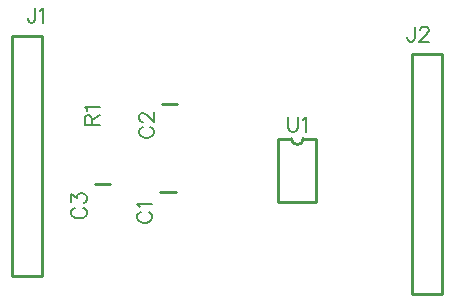
<source format=gbr>
G04 DipTrace 3.1.0.1*
G04 TopSilk.gbr*
%MOIN*%
G04 #@! TF.FileFunction,Legend,Top*
G04 #@! TF.Part,Single*
%ADD10C,0.009843*%
%ADD32C,0.00772*%
%FSLAX26Y26*%
G04*
G70*
G90*
G75*
G01*
G04 TopSilk*
%LPD*%
X1031536Y898614D2*
D10*
X1082678D1*
X1037786Y1192364D2*
X1088928D1*
X812786Y923614D2*
X863928D1*
X1425371Y1076054D2*
Y863455D1*
X1551343Y1076054D2*
Y863455D1*
X1425371D2*
X1551343D1*
X1425371Y1076054D2*
X1468668D1*
X1508046D2*
X1551343D1*
X1468668D2*
G03X1508046Y1076054I19689J23D01*
G01*
X638359Y1419718D2*
X538357D1*
Y619791D1*
X638359D1*
Y1419718D1*
X1869605Y557291D2*
X1969607D1*
Y1357218D1*
X1869605D1*
Y557291D1*
X966295Y831956D2*
D32*
X961541Y829580D1*
X956733Y824771D1*
X954356Y820018D1*
Y810456D1*
X956733Y805648D1*
X961541Y800895D1*
X966295Y798463D1*
X973480Y796086D1*
X985473D1*
X992603Y798463D1*
X997411Y800895D1*
X1002165Y805648D1*
X1004596Y810456D1*
Y820018D1*
X1002165Y824771D1*
X997411Y829580D1*
X992603Y831956D1*
X963973Y847395D2*
X961541Y852204D1*
X954412Y859389D1*
X1004596D1*
X972545Y1114956D2*
X967791Y1112580D1*
X962983Y1107771D1*
X960606Y1103018D1*
Y1093456D1*
X962983Y1088648D1*
X967791Y1083895D1*
X972545Y1081463D1*
X979730Y1079086D1*
X991723D1*
X998853Y1081463D1*
X1003661Y1083895D1*
X1008415Y1088648D1*
X1010846Y1093456D1*
Y1103018D1*
X1008415Y1107771D1*
X1003661Y1112580D1*
X998853Y1114956D1*
X972600Y1132827D2*
X970223D1*
X965415Y1135204D1*
X963038Y1137581D1*
X960662Y1142389D1*
Y1151951D1*
X963038Y1156704D1*
X965415Y1159080D1*
X970223Y1161512D1*
X974976D1*
X979785Y1159080D1*
X986915Y1154327D1*
X1010846Y1130395D1*
Y1163889D1*
X747545Y846206D2*
X742791Y843830D1*
X737983Y839021D1*
X735606Y834268D1*
Y824706D1*
X737983Y819898D1*
X742791Y815145D1*
X747545Y812713D1*
X754730Y810336D1*
X766723D1*
X773853Y812713D1*
X778661Y815145D1*
X783415Y819898D1*
X785846Y824706D1*
Y834268D1*
X783415Y839021D1*
X778661Y843830D1*
X773853Y846206D1*
X735662Y866454D2*
Y892707D1*
X754785Y878392D1*
Y885577D1*
X757161Y890330D1*
X759538Y892707D1*
X766723Y895139D1*
X771476D1*
X778661Y892707D1*
X783470Y887954D1*
X785846Y880769D1*
Y873584D1*
X783470Y866454D1*
X781038Y864077D1*
X776285Y861645D1*
X803288Y1120640D2*
Y1142140D1*
X800856Y1149325D1*
X798480Y1151757D1*
X793726Y1154133D1*
X788918D1*
X784165Y1151757D1*
X781733Y1149325D1*
X779356Y1142140D1*
Y1120640D1*
X829596D1*
X803288Y1137387D2*
X829596Y1154133D1*
X788973Y1169573D2*
X786541Y1174381D1*
X779412Y1181566D1*
X829596D1*
X1457894Y1149278D2*
Y1113408D1*
X1460271Y1106223D1*
X1465079Y1101469D1*
X1472264Y1099038D1*
X1477017D1*
X1484202Y1101469D1*
X1489011Y1106223D1*
X1491387Y1113408D1*
Y1149278D1*
X1506827Y1139661D2*
X1511635Y1142092D1*
X1518820Y1149222D1*
Y1099038D1*
X614067Y1511875D2*
Y1473629D1*
X611690Y1466444D1*
X609259Y1464067D1*
X604505Y1461635D1*
X599697D1*
X594944Y1464067D1*
X592567Y1466444D1*
X590135Y1473629D1*
Y1478382D1*
X629506Y1502258D2*
X634315Y1504690D1*
X641500Y1511820D1*
Y1461635D1*
X1879646Y1449375D2*
Y1411129D1*
X1877269Y1403944D1*
X1874837Y1401567D1*
X1870084Y1399135D1*
X1865276D1*
X1860523Y1401567D1*
X1858146Y1403944D1*
X1855714Y1411129D1*
Y1415882D1*
X1897517Y1437382D2*
Y1439758D1*
X1899894Y1444567D1*
X1902270Y1446943D1*
X1907079Y1449320D1*
X1916640D1*
X1921393Y1446943D1*
X1923770Y1444567D1*
X1926202Y1439758D1*
Y1435005D1*
X1923770Y1430197D1*
X1919017Y1423067D1*
X1895085Y1399135D1*
X1928578D1*
M02*

</source>
